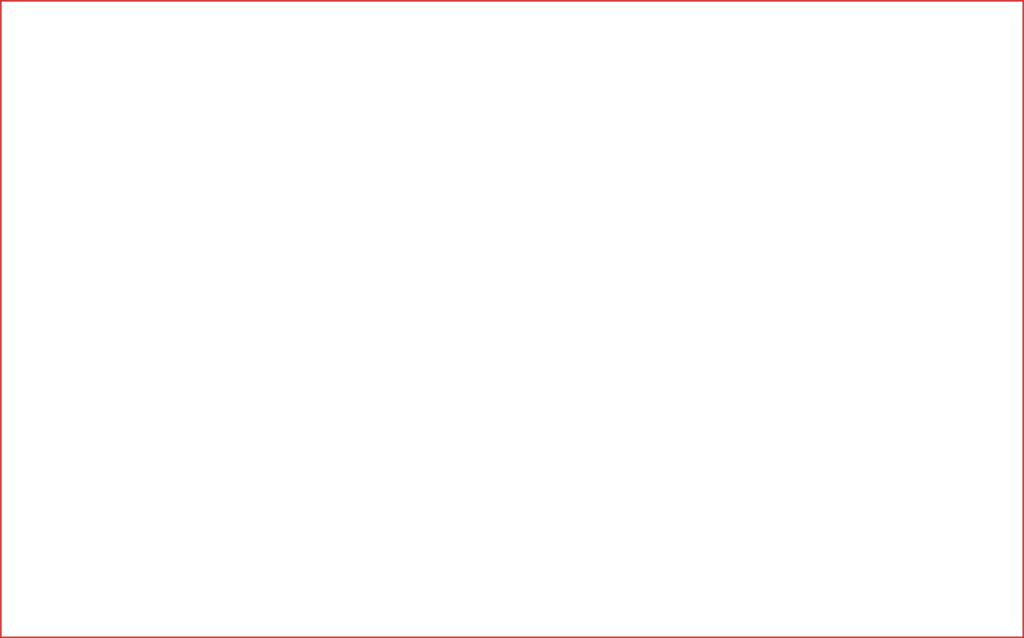
<source format=kicad_pcb>
(kicad_pcb
	(version 20240108)
	(generator "pcbnew")
	(generator_version "8.0")
	(general
		(thickness 1.6)
		(legacy_teardrops no)
	)
	(paper "A4")
	(layers
		(0 "F.Cu" signal)
		(31 "B.Cu" signal)
		(32 "B.Adhes" user "B.Adhesive")
		(33 "F.Adhes" user "F.Adhesive")
		(34 "B.Paste" user)
		(35 "F.Paste" user)
		(36 "B.SilkS" user "B.Silkscreen")
		(37 "F.SilkS" user "F.Silkscreen")
		(38 "B.Mask" user)
		(39 "F.Mask" user)
		(40 "Dwgs.User" user "User.Drawings")
		(41 "Cmts.User" user "User.Comments")
		(42 "Eco1.User" user "User.Eco1")
		(43 "Eco2.User" user "User.Eco2")
		(44 "Edge.Cuts" user)
		(45 "Margin" user)
		(46 "B.CrtYd" user "B.Courtyard")
		(47 "F.CrtYd" user "F.Courtyard")
		(48 "B.Fab" user)
		(49 "F.Fab" user)
		(50 "User.1" user)
		(51 "User.2" user)
		(52 "User.3" user)
		(53 "User.4" user)
		(54 "User.5" user)
		(55 "User.6" user)
		(56 "User.7" user)
		(57 "User.8" user)
		(58 "User.9" user)
	)
	(setup
		(pad_to_mask_clearance 0)
		(allow_soldermask_bridges_in_footprints no)
		(pcbplotparams
			(layerselection 0x00010fc_ffffffff)
			(plot_on_all_layers_selection 0x0000000_00000000)
			(disableapertmacros no)
			(usegerberextensions no)
			(usegerberattributes yes)
			(usegerberadvancedattributes yes)
			(creategerberjobfile yes)
			(dashed_line_dash_ratio 12.000000)
			(dashed_line_gap_ratio 3.000000)
			(svgprecision 4)
			(plotframeref no)
			(viasonmask no)
			(mode 1)
			(useauxorigin no)
			(hpglpennumber 1)
			(hpglpenspeed 20)
			(hpglpendiameter 15.000000)
			(pdf_front_fp_property_popups yes)
			(pdf_back_fp_property_popups yes)
			(dxfpolygonmode yes)
			(dxfimperialunits yes)
			(dxfusepcbnewfont yes)
			(psnegative no)
			(psa4output no)
			(plotreference yes)
			(plotvalue yes)
			(plotfptext yes)
			(plotinvisibletext no)
			(sketchpadsonfab no)
			(subtractmaskfromsilk no)
			(outputformat 1)
			(mirror no)
			(drillshape 1)
			(scaleselection 1)
			(outputdirectory "")
		)
	)
	(net 0 "")
	(gr_rect
		(start 80 43)
		(end 206 121.5)
		(stroke
			(width 0.2)
			(type default)
		)
		(fill none)
		(layer "F.Cu")
		(uuid "c6fd2f31-a777-48ba-976e-e3528ec1384c")
	)
)
</source>
